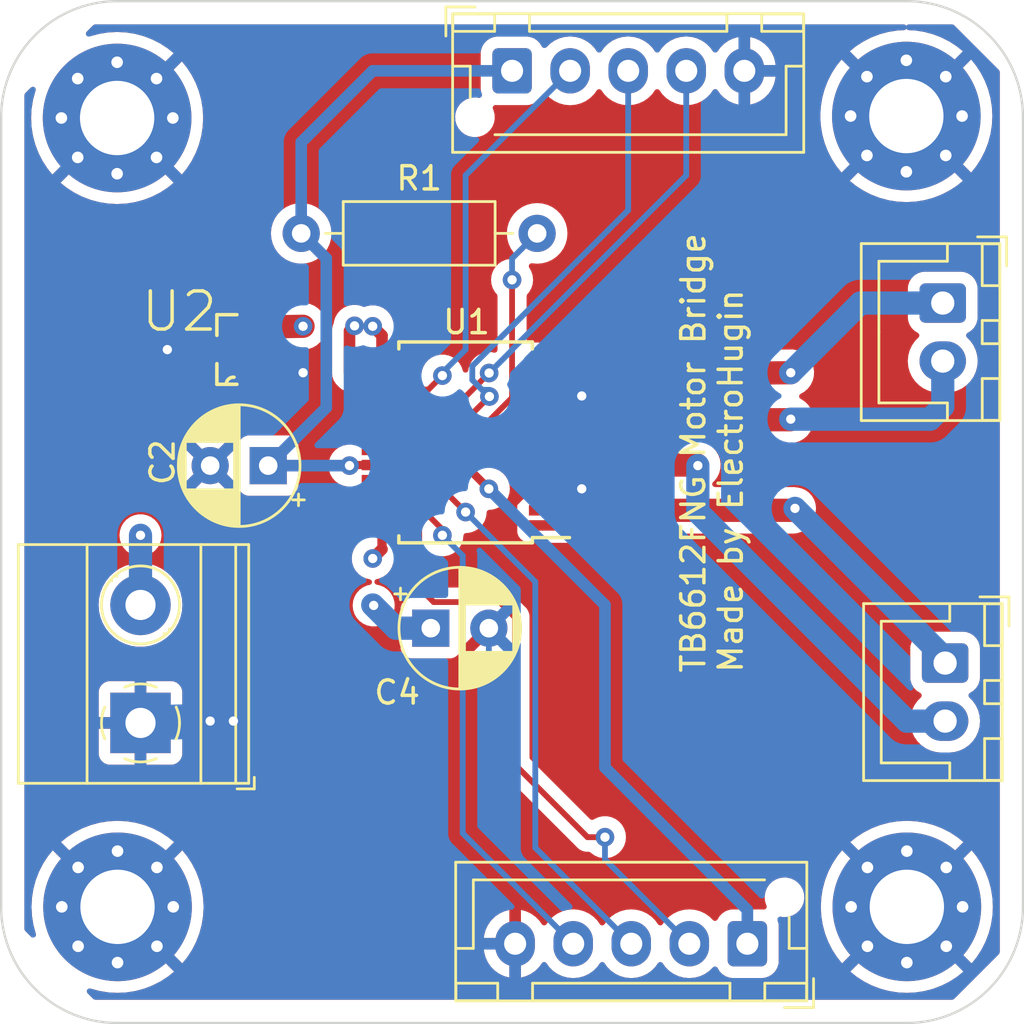
<source format=kicad_pcb>
(kicad_pcb (version 20221018) (generator pcbnew)
  (layers (0 "F.Cu" signal) (1 "In1.Cu" power) (2 "In2.Cu" power) (31 "B.Cu" signal) (34 "B.Paste" user) (35 "F.Paste" user) (36 "B.SilkS" user "B.Silkscreen") (37 "F.SilkS" user "F.Silkscreen") (38 "B.Mask" user) (39 "F.Mask" user) (44 "Edge.Cuts" user))
  (net 0 "")
  (net 1 "+3.3V")
  (net 2 "GND")
  (net 3 "+12V")
  (net 4 "/PWM_A")
  (net 5 "/A1")
  (net 6 "/A2")
  (net 7 "/PWM_B")
  (net 8 "/B1")
  (net 9 "/B2")
  (net 10 "/MA1")
  (net 11 "/MA2")
  (net 12 "/MB1")
  (net 13 "/MB2")
  (net 14 "Net-(U1-STBY)")
  (net 15 "/12VA")
  (footprint "Connector_JST:JST_XH_B5B-XH-AM_1x05_P2.50mm_Vertical" (layer "F.Cu") (at 137 70)
    (fp_text reference "J2" hide)
    (fp_text value "Conn_01x05" hide)
    (pad "" np_thru_hole circle (at -1.6 2) (size 1.2 1.2) (drill 1.2) (layers "*.Cu" "*.Mask"))
    (pad "1" thru_hole roundrect (at 0 0) (size 1.7 1.95) (drill 0.95) (layers "*.Cu" "*.Mask") (roundrect_rratio 0.147059) (net 1 "+3.3V"))
    (pad "2" thru_hole oval (at 2.5 0) (size 1.7 1.95) (drill 0.95) (layers "*.Cu" "*.Mask") (net 7 "/PWM_B"))
    (pad "3" thru_hole oval (at 5 0) (size 1.7 1.95) (drill 0.95) (layers "*.Cu" "*.Mask") (net 8 "/B1"))
    (pad "4" thru_hole oval (at 7.5 0) (size 1.7 1.95) (drill 0.95) (layers "*.Cu" "*.Mask") (net 9 "/B2"))
    (pad "5" thru_hole oval (at 10 0) (size 1.7 1.95) (drill 0.95) (layers "*.Cu" "*.Mask") (net 2 "GND"))
  )
  (footprint "MountingHole:MountingHole_3.2mm_M3_Pad_Via" (layer "F.Cu") (at 120.011017 105.999999)
    (fp_text reference "H3" hide)
    (fp_text value "Hole_Pad" hide)
    (pad "1" thru_hole circle (at -2.4 0) (size 0.8 0.8) (drill 0.5) (layers "*.Cu" "*.Mask") (net 2 "GND"))
    (pad "1" thru_hole circle (at -1.697056 -1.697056) (size 0.8 0.8) (drill 0.5) (layers "*.Cu" "*.Mask") (net 2 "GND"))
    (pad "1" thru_hole circle (at -1.697056 1.697056) (size 0.8 0.8) (drill 0.5) (layers "*.Cu" "*.Mask") (net 2 "GND"))
    (pad "1" thru_hole circle (at 0 -2.4) (size 0.8 0.8) (drill 0.5) (layers "*.Cu" "*.Mask") (net 2 "GND"))
    (pad "1" thru_hole circle (at 0 0) (size 6.4 6.4) (drill 3.2) (layers "*.Cu" "*.Mask") (net 2 "GND"))
    (pad "1" thru_hole circle (at 0 2.4) (size 0.8 0.8) (drill 0.5) (layers "*.Cu" "*.Mask") (net 2 "GND"))
    (pad "1" thru_hole circle (at 1.697056 -1.697056) (size 0.8 0.8) (drill 0.5) (layers "*.Cu" "*.Mask") (net 2 "GND"))
    (pad "1" thru_hole circle (at 1.697056 1.697056) (size 0.8 0.8) (drill 0.5) (layers "*.Cu" "*.Mask") (net 2 "GND"))
    (pad "1" thru_hole circle (at 2.4 0) (size 0.8 0.8) (drill 0.5) (layers "*.Cu" "*.Mask") (net 2 "GND"))
  )
  (footprint "MountingHole:MountingHole_3.2mm_M3_Pad_Via" (layer "F.Cu") (at 154 106)
    (fp_text reference "H4" hide)
    (fp_text value "Hole_Pad" hide)
    (pad "1" thru_hole circle (at -2.4 0) (size 0.8 0.8) (drill 0.5) (layers "*.Cu" "*.Mask") (net 2 "GND"))
    (pad "1" thru_hole circle (at -1.697056 -1.697056) (size 0.8 0.8) (drill 0.5) (layers "*.Cu" "*.Mask") (net 2 "GND"))
    (pad "1" thru_hole circle (at -1.697056 1.697056) (size 0.8 0.8) (drill 0.5) (layers "*.Cu" "*.Mask") (net 2 "GND"))
    (pad "1" thru_hole circle (at 0 -2.4) (size 0.8 0.8) (drill 0.5) (layers "*.Cu" "*.Mask") (net 2 "GND"))
    (pad "1" thru_hole circle (at 0 0) (size 6.4 6.4) (drill 3.2) (layers "*.Cu" "*.Mask") (net 2 "GND"))
    (pad "1" thru_hole circle (at 0 2.4) (size 0.8 0.8) (drill 0.5) (layers "*.Cu" "*.Mask") (net 2 "GND"))
    (pad "1" thru_hole circle (at 1.697056 -1.697056) (size 0.8 0.8) (drill 0.5) (layers "*.Cu" "*.Mask") (net 2 "GND"))
    (pad "1" thru_hole circle (at 1.697056 1.697056) (size 0.8 0.8) (drill 0.5) (layers "*.Cu" "*.Mask") (net 2 "GND"))
    (pad "1" thru_hole circle (at 2.4 0) (size 0.8 0.8) (drill 0.5) (layers "*.Cu" "*.Mask") (net 2 "GND"))
  )
  (footprint "Connector_JST:JST_XH_B2B-XH-A_1x02_P2.50mm_Vertical" (layer "F.Cu") (at 155.545812 80 -90)
    (fp_text reference "J5" hide)
    (fp_text value "Conn_01x02" hide)
    (pad "1" thru_hole roundrect (at 0 0 270) (size 1.7 2) (drill 1) (layers "*.Cu" "*.Mask") (roundrect_rratio 0.147059) (net 12 "/MB1"))
    (pad "2" thru_hole oval (at 2.5 0 270) (size 1.7 2) (drill 1) (layers "*.Cu" "*.Mask") (net 13 "/MB2"))
  )
  (footprint "Capacitor_THT:CP_Radial_D5.0mm_P2.50mm" (layer "F.Cu") (at 133.5 94)
    (fp_text reference "C4" (at -1.448567 2.769253) (layer "F.SilkS"))
    (fp_text value "10u")
    (pad "1" thru_hole rect (at 0 0) (size 1.6 1.6) (drill 0.8) (layers "*.Cu" "*.Mask") (net 3 "+12V"))
    (pad "2" thru_hole circle (at 2.5 0) (size 1.6 1.6) (drill 0.8) (layers "*.Cu" "*.Mask") (net 2 "GND"))
  )
  (footprint "Resistor_THT:R_Axial_DIN0207_L6.3mm_D2.5mm_P10.16mm_Horizontal" (layer "F.Cu") (at 127.92 77)
    (fp_text reference "R1" (at 5.08 -2.37) (layer "F.SilkS"))
    (fp_text value "10K")
    (pad "1" thru_hole circle (at 0 0) (size 1.6 1.6) (drill 0.8) (layers "*.Cu" "*.Mask") (net 1 "+3.3V"))
    (pad "2" thru_hole oval (at 10.16 0) (size 1.6 1.6) (drill 0.8) (layers "*.Cu" "*.Mask") (net 14 "Net-(U1-STBY)"))
  )
  (footprint "MountingHole:MountingHole_3.2mm_M3_Pad_Via" (layer "F.Cu") (at 119.993342 72.031228)
    (fp_text reference "H1" hide)
    (fp_text value "Hole_Pad" hide)
    (pad "1" thru_hole circle (at -2.4 0) (size 0.8 0.8) (drill 0.5) (layers "*.Cu" "*.Mask") (net 2 "GND"))
    (pad "1" thru_hole circle (at -1.697056 -1.697056) (size 0.8 0.8) (drill 0.5) (layers "*.Cu" "*.Mask") (net 2 "GND"))
    (pad "1" thru_hole circle (at -1.697056 1.697056) (size 0.8 0.8) (drill 0.5) (layers "*.Cu" "*.Mask") (net 2 "GND"))
    (pad "1" thru_hole circle (at 0 -2.4) (size 0.8 0.8) (drill 0.5) (layers "*.Cu" "*.Mask") (net 2 "GND"))
    (pad "1" thru_hole circle (at 0 0) (size 6.4 6.4) (drill 3.2) (layers "*.Cu" "*.Mask") (net 2 "GND"))
    (pad "1" thru_hole circle (at 0 2.4) (size 0.8 0.8) (drill 0.5) (layers "*.Cu" "*.Mask") (net 2 "GND"))
    (pad "1" thru_hole circle (at 1.697056 -1.697056) (size 0.8 0.8) (drill 0.5) (layers "*.Cu" "*.Mask") (net 2 "GND"))
    (pad "1" thru_hole circle (at 1.697056 1.697056) (size 0.8 0.8) (drill 0.5) (layers "*.Cu" "*.Mask") (net 2 "GND"))
    (pad "1" thru_hole circle (at 2.4 0) (size 0.8 0.8) (drill 0.5) (layers "*.Cu" "*.Mask") (net 2 "GND"))
  )
  (footprint "MountingHole:MountingHole_3.2mm_M3_Pad_Via" (layer "F.Cu") (at 153.978112 71.947571)
    (fp_text reference "H2" hide)
    (fp_text value "Hole_Pad" hide)
    (pad "1" thru_hole circle (at -2.4 0) (size 0.8 0.8) (drill 0.5) (layers "*.Cu" "*.Mask") (net 2 "GND"))
    (pad "1" thru_hole circle (at -1.697056 -1.697056) (size 0.8 0.8) (drill 0.5) (layers "*.Cu" "*.Mask") (net 2 "GND"))
    (pad "1" thru_hole circle (at -1.697056 1.697056) (size 0.8 0.8) (drill 0.5) (layers "*.Cu" "*.Mask") (net 2 "GND"))
    (pad "1" thru_hole circle (at 0 -2.4) (size 0.8 0.8) (drill 0.5) (layers "*.Cu" "*.Mask") (net 2 "GND"))
    (pad "1" thru_hole circle (at 0 0) (size 6.4 6.4) (drill 3.2) (layers "*.Cu" "*.Mask") (net 2 "GND"))
    (pad "1" thru_hole circle (at 0 2.4) (size 0.8 0.8) (drill 0.5) (layers "*.Cu" "*.Mask") (net 2 "GND"))
    (pad "1" thru_hole circle (at 1.697056 -1.697056) (size 0.8 0.8) (drill 0.5) (layers "*.Cu" "*.Mask") (net 2 "GND"))
    (pad "1" thru_hole circle (at 1.697056 1.697056) (size 0.8 0.8) (drill 0.5) (layers "*.Cu" "*.Mask") (net 2 "GND"))
    (pad "1" thru_hole circle (at 2.4 0) (size 0.8 0.8) (drill 0.5) (layers "*.Cu" "*.Mask") (net 2 "GND"))
  )
  (footprint "Connector_JST:JST_XH_B2B-XH-A_1x02_P2.50mm_Vertical" (layer "F.Cu") (at 155.647556 95.502529 -90)
    (fp_text reference "J4" hide)
    (fp_text value "Conn_01x02" hide)
    (pad "1" thru_hole roundrect (at 0 0 270) (size 1.7 2) (drill 1) (layers "*.Cu" "*.Mask") (roundrect_rratio 0.147059) (net 10 "/MA1"))
    (pad "2" thru_hole oval (at 2.5 0 270) (size 1.7 2) (drill 1) (layers "*.Cu" "*.Mask") (net 11 "/MA2"))
  )
  (footprint "extern:SOT95P240X105-3N" (layer "F.Cu") (at 125 82 180)
    (fp_text reference "U2" (at 2.325839 1.633316) (layer "F.SilkS") (effects (font (size 1.640685 1.640685))))
    (fp_text value "DMG3415U-7" hide)
    (pad "1" smd rect (at -1.016 -0.9652 180) (size 1.3208 0.5588) (layers "F.Cu" "F.Paste" "F.Mask") (net 2 "GND"))
    (pad "2" smd rect (at -1.016 0.9652 180) (size 1.3208 0.5588) (layers "F.Cu" "F.Paste" "F.Mask") (net 3 "+12V"))
    (pad "3" smd rect (at 1.016 0 180) (size 1.3208 0.5588) (layers "F.Cu" "F.Paste" "F.Mask") (net 15 "/12VA"))
  )
  (footprint "Capacitor_THT:CP_Radial_D5.0mm_P2.50mm" (layer "F.Cu") (at 126.5 87 180)
    (fp_text reference "C2" (at 4.551903 0.145588 90) (layer "F.SilkS"))
    (fp_text value "10u")
    (pad "1" thru_hole rect (at 0 0 180) (size 1.6 1.6) (drill 0.8) (layers "*.Cu" "*.Mask") (net 1 "+3.3V"))
    (pad "2" thru_hole circle (at 2.5 0 180) (size 1.6 1.6) (drill 0.8) (layers "*.Cu" "*.Mask") (net 2 "GND"))
  )
  (footprint "Package_SO:SSOP-24_5.3x8.2mm_P0.65mm" (layer "F.Cu") (at 135 86 180)
    (fp_text reference "U1" (at -0.037661 5.180721) (layer "F.SilkS"))
    (fp_text value "TB6612FNG")
    (pad "1" smd rect (at -3.6 -3.575 180) (size 1.75 0.45) (layers "F.Cu" "F.Paste" "F.Mask") (net 10 "/MA1"))
    (pad "2" smd rect (at -3.6 -2.925 180) (size 1.75 0.45) (layers "F.Cu" "F.Paste" "F.Mask") (net 10 "/MA1"))
    (pad "3" smd rect (at -3.6 -2.275 180) (size 1.75 0.45) (layers "F.Cu" "F.Paste" "F.Mask") (net 2 "GND"))
    (pad "4" smd rect (at -3.6 -1.625 180) (size 1.75 0.45) (layers "F.Cu" "F.Paste" "F.Mask") (net 2 "GND"))
    (pad "5" smd rect (at -3.6 -0.975 180) (size 1.75 0.45) (layers "F.Cu" "F.Paste" "F.Mask") (net 11 "/MA2"))
    (pad "6" smd rect (at -3.6 -0.325 180) (size 1.75 0.45) (layers "F.Cu" "F.Paste" "F.Mask") (net 11 "/MA2"))
    (pad "7" smd rect (at -3.6 0.325 180) (size 1.75 0.45) (layers "F.Cu" "F.Paste" "F.Mask") (net 13 "/MB2"))
    (pad "8" smd rect (at -3.6 0.975 180) (size 1.75 0.45) (layers "F.Cu" "F.Paste" "F.Mask") (net 13 "/MB2"))
    (pad "9" smd rect (at -3.6 1.625 180) (size 1.75 0.45) (layers "F.Cu" "F.Paste" "F.Mask") (net 2 "GND"))
    (pad "10" smd rect (at -3.6 2.275 180) (size 1.75 0.45) (layers "F.Cu" "F.Paste" "F.Mask") (net 2 "GND"))
    (pad "11" smd rect (at -3.6 2.925 180) (size 1.75 0.45) (layers "F.Cu" "F.Paste" "F.Mask") (net 12 "/MB1"))
    (pad "12" smd rect (at -3.6 3.575 180) (size 1.75 0.45) (layers "F.Cu" "F.Paste" "F.Mask") (net 12 "/MB1"))
    (pad "13" smd rect (at 3.6 3.575 180) (size 1.75 0.45) (layers "F.Cu" "F.Paste" "F.Mask") (net 3 "+12V"))
    (pad "14" smd rect (at 3.6 2.925 180) (size 1.75 0.45) (layers "F.Cu" "F.Paste" "F.Mask") (net 3 "+12V"))
    (pad "15" smd rect (at 3.6 2.275 180) (size 1.75 0.45) (layers "F.Cu" "F.Paste" "F.Mask") (net 7 "/PWM_B"))
    (pad "16" smd rect (at 3.6 1.625 180) (size 1.75 0.45) (layers "F.Cu" "F.Paste" "F.Mask") (net 9 "/B2"))
    (pad "17" smd rect (at 3.6 0.975 180) (size 1.75 0.45) (layers "F.Cu" "F.Paste" "F.Mask") (net 8 "/B1"))
    (pad "18" smd rect (at 3.6 0.325 180) (size 1.75 0.45) (layers "F.Cu" "F.Paste" "F.Mask") (net 2 "GND"))
    (pad "19" smd rect (at 3.6 -0.325 180) (size 1.75 0.45) (layers "F.Cu" "F.Paste" "F.Mask") (net 14 "Net-(U1-STBY)"))
    (pad "20" smd rect (at 3.6 -0.975 180) (size 1.75 0.45) (layers "F.Cu" "F.Paste" "F.Mask") (net 1 "+3.3V"))
    (pad "21" smd rect (at 3.6 -1.625 180) (size 1.75 0.45) (layers "F.Cu" "F.Paste" "F.Mask") (net 5 "/A1"))
    (pad "22" smd rect (at 3.6 -2.275 180) (size 1.75 0.45) (layers "F.Cu" "F.Paste" "F.Mask") (net 6 "/A2"))
    (pad "23" smd rect (at 3.6 -2.925 180) (size 1.75 0.45) (layers "F.Cu" "F.Paste" "F.Mask") (net 4 "/PWM_A"))
    (pad "24" smd rect (at 3.6 -3.575 180) (size 1.75 0.45) (layers "F.Cu" "F.Paste" "F.Mask") (net 3 "+12V"))
  )
  (footprint "Connector_JST:JST_XH_B5B-XH-AM_1x05_P2.50mm_Vertical" (layer "F.Cu") (at 147.132377 107.588533 180)
    (fp_text reference "J1" hide)
    (fp_text value "Conn_01x05" hide)
    (pad "" np_thru_hole circle (at -1.6 2 180) (size 1.2 1.2) (drill 1.2) (layers "*.Cu" "*.Mask"))
    (pad "1" thru_hole roundrect (at 0 0 180) (size 1.7 1.95) (drill 0.95) (layers "*.Cu" "*.Mask") (roundrect_rratio 0.147059) (net 1 "+3.3V"))
    (pad "2" thru_hole oval (at 2.5 0 180) (size 1.7 1.95) (drill 0.95) (layers "*.Cu" "*.Mask") (net 4 "/PWM_A"))
    (pad "3" thru_hole oval (at 5 0 180) (size 1.7 1.95) (drill 0.95) (layers "*.Cu" "*.Mask") (net 5 "/A1"))
    (pad "4" thru_hole oval (at 7.5 0 180) (size 1.7 1.95) (drill 0.95) (layers "*.Cu" "*.Mask") (net 6 "/A2"))
    (pad "5" thru_hole oval (at 10 0 180) (size 1.7 1.95) (drill 0.95) (layers "*.Cu" "*.Mask") (net 2 "GND"))
  )
  (footprint "TerminalBlock_Phoenix:TerminalBlock_Phoenix_MKDS-1,5-2-5.08_1x02_P5.08mm_Horizontal" (layer "F.Cu") (at 121 98.08 90)
    (fp_text reference "J3" hide)
    (fp_text value "Screw_Terminal_01x02" hide)
    (pad "1" thru_hole rect (at 0 0 90) (size 2.6 2.6) (drill 1.3) (layers "*.Cu" "*.Mask") (net 2 "GND"))
    (pad "2" thru_hole circle (at 5.08 0 90) (size 2.6 2.6) (drill 1.3) (layers "*.Cu" "*.Mask") (net 15 "/12VA"))
  )
  (gr_line (start 120 111) (end 154 111) (stroke (width 0.1)) (layer "Edge.Cuts"))
  (gr_line (start 154 67) (end 120 67) (stroke (width 0.1)) (layer "Edge.Cuts"))
  (gr_arc (start 120 111) (mid 116.464466 109.535534) (end 115 106) (stroke (width 0.1)) (layer "Edge.Cuts"))
  (gr_arc (start 154 67) (mid 157.535534 68.464466) (end 159 72) (stroke (width 0.1)) (layer "Edge.Cuts"))
  (gr_arc (start 159 106) (mid 157.535534 109.535534) (end 154 111) (stroke (width 0.1)) (layer "Edge.Cuts"))
  (gr_line (start 115 72) (end 115 106) (stroke (width 0.1)) (layer "Edge.Cuts"))
  (gr_line (start 159 106) (end 159 72) (stroke (width 0.1)) (layer "Edge.Cuts"))
  (gr_arc (start 115 72) (mid 116.464466 68.464466) (end 120 67) (stroke (width 0.1)) (layer "Edge.Cuts"))
  (gr_text "TB6612FNG Motor Bridge\nMade by ElectroHugin" (at 147 96 90) (layer "F.SilkS") (effects (font (size 1 1)) (justify left bottom)))
  (segment (start 131.4 86.975) (end 130.025 86.975) (width 0.35) (layer "F.Cu") (net 1))
  (segment (start 134.975 86.975) (end 131.4 86.975) (width 0.35) (layer "F.Cu") (net 1))
  (segment (start 130.025 86.975) (end 130 87) (width 0.25) (layer "F.Cu") (net 1))
  (segment (start 136 88) (end 134.975 86.975) (width 0.35) (layer "F.Cu") (net 1))
  (via (at 130 87) (size 0.8) (drill 0.4) (layers "F.Cu" "B.Cu") (net 1))
  (via (at 136 88) (size 0.8) (drill 0.4) (layers "F.Cu" "B.Cu") (net 1))
  (segment (start 147.132377 107.588533) (end 147.132377 106.132377) (width 0.5) (layer "B.Cu") (net 1))
  (segment (start 127.92 73.08) (end 127.92 77) (width 0.5) (layer "B.Cu") (net 1))
  (segment (start 129 84.5) (end 126.5 87) (width 0.5) (layer "B.Cu") (net 1))
  (segment (start 129 78.08) (end 129 84.5) (width 0.5) (layer "B.Cu") (net 1))
  (segment (start 141 93) (end 140 92) (width 0.5) (layer "B.Cu") (net 1))
  (segment (start 127.92 77) (end 129 78.08) (width 0.5) (layer "B.Cu") (net 1))
  (segment (start 126.5 87) (end 130 87) (width 0.5) (layer "B.Cu") (net 1))
  (segment (start 141 100) (end 141 93) (width 0.5) (layer "B.Cu") (net 1))
  (segment (start 140 92) (end 136 88) (width 0.5) (layer "B.Cu") (net 1))
  (segment (start 137 70) (end 131 70) (width 0.5) (layer "B.Cu") (net 1))
  (segment (start 147.132377 106.132377) (end 141 100) (width 0.5) (layer "B.Cu") (net 1))
  (segment (start 131 70) (end 127.92 73.08) (width 0.5) (layer "B.Cu") (net 1))
  (segment (start 140 88) (end 139.725 88.275) (width 0.25) (layer "F.Cu") (net 2))
  (segment (start 131.4 85.675) (end 129.675 85.675) (width 0.25) (layer "F.Cu") (net 2))
  (segment (start 137.475 88.275) (end 137 88.75) (width 0.25) (layer "F.Cu") (net 2))
  (segment (start 139.625 84.375) (end 138.6 84.375) (width 0.25) (layer "F.Cu") (net 2))
  (segment (start 138.6 88.275) (end 138.6 87.625) (width 0.25) (layer "F.Cu") (net 2))
  (segment (start 139.725 83.725) (end 140 84) (width 0.25) (layer "F.Cu") (net 2))
  (segment (start 137 88.75) (end 137 89) (width 0.25) (layer "F.Cu") (net 2))
  (segment (start 137.625 87.625) (end 138.6 87.625) (width 0.25) (layer "F.Cu") (net 2))
  (segment (start 138.6 88.275) (end 137.475 88.275) (width 0.25) (layer "F.Cu") (net 2))
  (segment (start 126.016 82.9652) (end 128 83) (width 0.5) (layer "F.Cu") (net 2))
  (segment (start 139.725 88.275) (end 138.6 88.275) (width 0.25) (layer "F.Cu") (net 2))
  (segment (start 137.625 84.375) (end 137 85) (width 0.25) (layer "F.Cu") (net 2))
  (segment (start 139.625 87.625) (end 140 88) (width 0.25) (layer "F.Cu") (net 2))
  (segment (start 138.6 83.725) (end 139.725 83.725) (width 0.25) (layer "F.Cu") (net 2))
  (segment (start 138.6 84.375) (end 137.625 84.375) (width 0.25) (layer "F.Cu") (net 2))
  (segment (start 138.6 84.375) (end 138.6 83.725) (width 0.25) (layer "F.Cu") (net 2))
  (segment (start 137.625 87.625) (end 137 87) (width 0.25) (layer "F.Cu") (net 2))
  (segment (start 138.6 87.625) (end 139.625 87.625) (width 0.25) (layer "F.Cu") (net 2))
  (segment (start 140 84) (end 139.625 84.375) (width 0.25) (layer "F.Cu") (net 2))
  (segment (start 137 85) (end 137 86) (width 0.25) (layer "F.Cu") (net 2))
  (segment (start 128 83) (end 127.9652 82.9652) (width 0.5) (layer "F.Cu") (net 2))
  (via blind (at 128 83) (size 0.8) (drill 0.4) (layers "F.Cu" "In1.Cu") (net 2))
  (via blind (at 140 88) (size 0.8) (drill 0.4) (layers "F.Cu" "In1.Cu") (net 2))
  (via blind (at 140 84) (size 0.8) (drill 0.4) (layers "F.Cu" "In1.Cu") (net 2))
  (via blind (at 124 98) (size 0.8) (drill 0.4) (layers "In1.Cu" "B.Cu") (net 2))
  (via blind (at 125 98) (size 0.8) (drill 0.4) (layers "In1.Cu" "B.Cu") (net 2))
  (segment (start 124 98) (end 125 98) (width 1.5) (layer "B.Cu") (net 2))
  (segment (start 136 94) (end 136 95) (width 0.25) (layer "B.Cu") (net 2))
  (segment (start 136 94) (end 137 93) (width 0.25) (layer "B.Cu") (net 2))
  (segment (start 125 98) (end 124.92 98.08) (width 1.5) (layer "B.Cu") (net 2))
  (segment (start 136 95) (end 136 96) (width 0.25) (layer "B.Cu") (net 2))
  (segment (start 121 98.08) (end 124 98) (width 1.5) (layer "B.Cu") (net 2))
  (segment (start 131.4 90.6) (end 131 91) (width 0.5) (layer "F.Cu") (net 3))
  (segment (start 131.4 82.425) (end 131.4 81.4) (width 0.5) (layer "F.Cu") (net 3))
  (segment (start 130 83) (end 130 81.197093) (width 0.5) (layer "F.Cu") (net 3))
  (segment (start 128 81) (end 127.9652 81.0348) (width 0.25) (layer "F.Cu") (net 3))
  (segment (start 131.4 83.075) (end 130.075 83.075) (width 0.4) (layer "F.Cu") (net 3))
  (segment (start 131.4 89.575) (end 131.4 90.6) (width 0.4) (layer "F.Cu") (net 3))
  (segment (start 130 81.197093) (end 130.216539 80.980554) (width 0.25) (layer "F.Cu") (net 3))
  (segment (start 126.016 81.0348) (end 128 81) (width 1) (layer "F.Cu") (net 3))
  (segment (start 130.075 83.075) (end 130 83) (width 0.25) (layer "F.Cu") (net 3))
  (segment (start 131.4 81.4) (end 131 81) (width 0.5) (layer "F.Cu") (net 3))
  (via (at 131 81) (size 0.8) (drill 0.4) (layers "F.Cu" "B.Cu") (net 3))
  (via (at 131 91) (size 0.8) (drill 0.4) (layers "F.Cu" "B.Cu") (net 3))
  (via (at 130.216539 80.980554) (size 0.8) (drill 0.4) (layers "F.Cu" "B.Cu") (net 3))
  (via (at 128 81) (size 0.8) (drill 0.4) (layers "F.Cu" "B.Cu") (net 3))
  (via (at 131.041638 93.020819) (size 0.8) (drill 0.4) (layers "F.Cu" "B.Cu") (net 3))
  (segment (start 133.5 94) (end 132 94) (width 1) (layer "B.Cu") (net 3))
  (segment (start 132 94) (end 131 93) (width 1) (layer "B.Cu") (net 3))
  (segment (start 133.625 92.875) (end 133 92.25) (width 0.25) (layer "F.Cu") (net 4))
  (segment (start 137.125 99.875) (end 137.125 93.534009) (width 0.25) (layer "F.Cu") (net 4))
  (segment (start 136.465991 92.875) (end 133.625 92.875) (width 0.25) (layer "F.Cu") (net 4))
  (segment (start 132.538604 88.925) (end 131.4 88.925) (width 0.25) (layer "F.Cu") (net 4))
  (segment (start 141 103) (end 140.25 103) (width 0.25) (layer "F.Cu") (net 4))
  (segment (start 140.25 103) (end 137.125 99.875) (width 0.25) (layer "F.Cu") (net 4))
  (segment (start 133 92.25) (end 133 89.386396) (width 0.25) (layer "F.Cu") (net 4))
  (segment (start 137.125 93.534009) (end 136.465991 92.875) (width 0.25) (layer "F.Cu") (net 4))
  (segment (start 133 89.386396) (end 132.538604 88.925) (width 0.25) (layer "F.Cu") (net 4))
  (via (at 141 103) (size 0.8) (drill 0.4) (layers "F.Cu" "B.Cu") (net 4))
  (segment (start 144.632377 107.588533) (end 141 103.956156) (width 0.25) (layer "B.Cu") (net 4))
  (segment (start 141 103.956156) (end 141 103) (width 0.25) (layer "B.Cu") (net 4))
  (segment (start 135 89) (end 133.625 87.625) (width 0.25) (layer "F.Cu") (net 5))
  (segment (start 133.625 87.625) (end 131.4 87.625) (width 0.25) (layer "F.Cu") (net 5))
  (via (at 135 89) (size 0.8) (drill 0.4) (layers "F.Cu" "B.Cu") (net 5))
  (segment (start 142.132377 107.588533) (end 138 103.456156) (width 0.25) (layer "B.Cu") (net 5))
  (segment (start 138 103.456156) (end 138 92) (width 0.25) (layer "B.Cu") (net 5))
  (segment (start 138 92) (end 135 89) (width 0.25) (layer "B.Cu") (net 5))
  (segment (start 132.525 88.275) (end 131.4 88.275) (width 0.25) (layer "F.Cu") (net 6))
  (segment (start 134 90) (end 134 89.75) (width 0.25) (layer "F.Cu") (net 6))
  (segment (start 134 89.75) (end 132.525 88.275) (width 0.25) (layer "F.Cu") (net 6))
  (via (at 134 90) (size 0.8) (drill 0.4) (layers "F.Cu" "B.Cu") (net 6))
  (segment (start 139.632377 107.588533) (end 134.875 102.831156) (width 0.25) (layer "B.Cu") (net 6))
  (segment (start 134.875 90.875) (end 134 90) (width 0.25) (layer "B.Cu") (net 6))
  (segment (start 134.875 102.831156) (end 134.875 90.875) (width 0.25) (layer "B.Cu") (net 6))
  (segment (start 133.397852 83.725) (end 131.4 83.725) (width 0.25) (layer "F.Cu") (net 7))
  (segment (start 133.999999 83.122853) (end 133.397852 83.725) (width 0.25) (layer "F.Cu") (net 7))
  (via (at 133.999999 83.122853) (size 0.8) (drill 0.4) (layers "F.Cu" "B.Cu") (net 7))
  (segment (start 139.5 70) (end 135 74.5) (width 0.25) (layer "B.Cu") (net 7))
  (segment (start 135 82) (end 134 83) (width 0.25) (layer "B.Cu") (net 7))
  (segment (start 135 74.5) (end 135 82) (width 0.25) (layer "B.Cu") (net 7))
  (segment (start 136.024598 84.024598) (end 135.024196 85.025) (width 0.25) (layer "F.Cu") (net 8))
  (segment (start 135.024196 85.025) (end 131.4 85.025) (width 0.25) (layer "F.Cu") (net 8))
  (via (at 136.024598 84.024598) (size 0.8) (drill 0.4) (layers "F.Cu" "B.Cu") (net 8))
  (segment (start 136.024598 83.737299) (end 135.711994 83.737299) (width 0.25) (layer "B.Cu") (net 8))
  (segment (start 135.287299 83.312604) (end 135.287299 82.712701) (width 0.25) (layer "B.Cu") (net 8))
  (segment (start 136.024598 84.024598) (end 136.024598 83.737299) (width 0.25) (layer "B.Cu") (net 8))
  (segment (start 135.711994 83.737299) (end 135.287299 83.312604) (width 0.25) (layer "B.Cu") (net 8))
  (segment (start 142 76) (end 142 70) (width 0.25) (layer "B.Cu") (net 8))
  (segment (start 135.287299 82.712701) (end 142 76) (width 0.25) (layer "B.Cu") (net 8))
  (segment (start 136.012299 83.012299) (end 134.649598 84.375) (width 0.25) (layer "F.Cu") (net 9))
  (segment (start 134.649598 84.375) (end 131.4 84.375) (width 0.25) (layer "F.Cu") (net 9))
  (via (at 136.012299 83.012299) (size 0.8) (drill 0.4) (layers "F.Cu" "B.Cu") (net 9))
  (segment (start 144.5 74.5) (end 144.5 70) (width 0.25) (layer "B.Cu") (net 9))
  (segment (start 137 82.024598) (end 137 82) (width 0.25) (layer "B.Cu") (net 9))
  (segment (start 136.012299 83.012299) (end 137 82.024598) (width 0.25) (layer "B.Cu") (net 9))
  (segment (start 137 82) (end 144.5 74.5) (width 0.25) (layer "B.Cu") (net 9))
  (segment (start 141 88.925) (end 149.070027 88.925) (width 1) (layer "F.Cu") (net 10))
  (segment (start 138.6 89.575) (end 140.35 89.575) (width 0.4) (layer "F.Cu") (net 10))
  (segment (start 138.6 88.925) (end 141 88.925) (width 0.4) (layer "F.Cu") (net 10))
  (segment (start 140.35 89.575) (end 141 88.925) (width 0.4) (layer "F.Cu") (net 10))
  (via (at 149.183249 88.841109) (size 0.8) (drill 0.4) (layers "F.Cu" "B.Cu") (net 10))
  (segment (start 149.183249 88.841109) (end 155.647556 95.305416) (width 1) (layer "B.Cu") (net 10))
  (segment (start 149.183249 88.841109) (end 149.183249 89.038222) (width 0.25) (layer "B.Cu") (net 10))
  (segment (start 155.647556 95.305416) (end 155.647556 95.502529) (width 1) (layer "B.Cu") (net 10))
  (segment (start 138.6 86.975) (end 141 86.975) (width 0.4) (layer "F.Cu") (net 11))
  (segment (start 140.35 86.325) (end 141 86.975) (width 0.4) (layer "F.Cu") (net 11))
  (segment (start 138.6 86.325) (end 140.35 86.325) (width 0.4) (layer "F.Cu") (net 11))
  (segment (start 141 86.975) (end 144.975 86.975) (width 1) (layer "F.Cu") (net 11))
  (segment (start 144.975 86.975) (end 145 87) (width 0.25) (layer "F.Cu") (net 11))
  (via (at 145 87) (size 0.8) (drill 0.4) (layers "F.Cu" "B.Cu") (net 11))
  (segment (start 154.002529 98.002529) (end 155.647556 98.002529) (width 1) (layer "B.Cu") (net 11))
  (segment (start 145 87) (end 145 89) (width 1) (layer "B.Cu") (net 11))
  (segment (start 145 89) (end 154.002529 98.002529) (width 1) (layer "B.Cu") (net 11))
  (segment (start 141 83.075) (end 149 83) (width 1) (layer "F.Cu") (net 12))
  (segment (start 140.35 82.425) (end 141 83.075) (width 0.4) (layer "F.Cu") (net 12))
  (segment (start 149 83) (end 148.925 83.075) (width 0.25) (layer "F.Cu") (net 12))
  (segment (start 138.6 82.425) (end 140.35 82.425) (width 0.4) (layer "F.Cu") (net 12))
  (segment (start 138.6 83.075) (end 141 83.075) (width 0.4) (layer "F.Cu") (net 12))
  (via (at 149 83) (size 0.8) (drill 0.4) (layers "F.Cu" "B.Cu") (net 12))
  (segment (start 155.545812 80) (end 152 80) (width 1) (layer "B.Cu") (net 12))
  (segment (start 152 80) (end 149 83) (width 1) (layer "B.Cu") (net 12))
  (segment (start 148.975 85.025) (end 149 85) (width 0.25) (layer "F.Cu") (net 13))
  (segment (start 140.35 85.675) (end 141 85.025) (width 0.4) (layer "F.Cu") (net 13))
  (segment (start 138.6 85.025) (end 141 85.025) (width 0.4) (layer "F.Cu") (net 13))
  (segment (start 138.6 85.675) (end 140.35 85.675) (width 0.4) (layer "F.Cu") (net 13))
  (segment (start 141 85.025) (end 148.975 85.025) (width 1) (layer "F.Cu") (net 13))
  (via (at 149 85) (size 0.8) (drill 0.4) (layers "F.Cu" "B.Cu") (net 13))
  (segment (start 155 85) (end 155.545812 84.454188) (width 1) (layer "B.Cu") (net 13))
  (segment (start 155.545812 84.454188) (end 155.545812 82.5) (width 1) (layer "B.Cu") (net 13))
  (segment (start 149 85) (end 155 85) (width 1) (layer "B.Cu") (net 13))
  (segment (start 131.4 86.325) (end 134.749501 86.325) (width 0.25) (layer "F.Cu") (net 14))
  (segment (start 137 84.074501) (end 137 79) (width 0.25) (layer "F.Cu") (net 14))
  (segment (start 134.749501 86.325) (end 137 84.074501) (width 0.25) (layer "F.Cu") (net 14))
  (via (at 137 79) (size 0.8) (drill 0.4) (layers "F.Cu" "B.Cu") (net 14))
  (segment (start 137 78.08) (end 138.08 77) (width 0.25) (layer "B.Cu") (net 14))
  (segment (start 137 79) (end 137 78.08) (width 0.25) (layer "B.Cu") (net 14))
  (segment (start 122.160263 82) (end 122.156142 82.004121) (width 0.25) (layer "F.Cu") (net 15))
  (segment (start 123.984 82) (end 122.160263 82) (width 0.7) (layer "F.Cu") (net 15))
  (via blind (at 122.156142 82.004121) (size 0.8) (drill 0.4) (layers "F.Cu" "In2.Cu") (net 15))
  (via blind (at 121 90) (size 0.8) (drill 0.4) (layers "In2.Cu" "B.Cu") (net 15))
  (segment (start 121 93) (end 121 90) (width 1) (layer "B.Cu") (net 15))
  (zone (net 2) (net_name "GND") (layers "F.Cu" "In1.Cu" "In2.Cu" "B.Cu") (connect_pads (clearance 0.5)) (min_thickness 0.25) (fill yes (thermal_gap 0.5) (thermal_bridge_width 0.5))
    (polygon (pts (xy 156 68) (xy 158 70) (xy 158 108) (xy 156 110) (xy 119 110) (xy 116 107) (xy 116 71) (xy 119 68)))
  )
)
</source>
